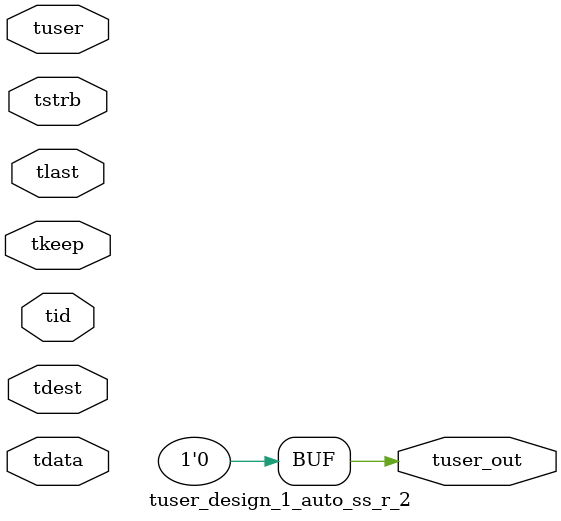
<source format=v>


`timescale 1ps/1ps

module tuser_design_1_auto_ss_r_2 #
(
parameter C_S_AXIS_TUSER_WIDTH = 1,
parameter C_S_AXIS_TDATA_WIDTH = 32,
parameter C_S_AXIS_TID_WIDTH   = 0,
parameter C_S_AXIS_TDEST_WIDTH = 0,
parameter C_M_AXIS_TUSER_WIDTH = 1
)
(
input  [(C_S_AXIS_TUSER_WIDTH == 0 ? 1 : C_S_AXIS_TUSER_WIDTH)-1:0     ] tuser,
input  [(C_S_AXIS_TDATA_WIDTH == 0 ? 1 : C_S_AXIS_TDATA_WIDTH)-1:0     ] tdata,
input  [(C_S_AXIS_TID_WIDTH   == 0 ? 1 : C_S_AXIS_TID_WIDTH)-1:0       ] tid,
input  [(C_S_AXIS_TDEST_WIDTH == 0 ? 1 : C_S_AXIS_TDEST_WIDTH)-1:0     ] tdest,
input  [(C_S_AXIS_TDATA_WIDTH/8)-1:0 ] tkeep,
input  [(C_S_AXIS_TDATA_WIDTH/8)-1:0 ] tstrb,
input                                                                    tlast,
output [C_M_AXIS_TUSER_WIDTH-1:0] tuser_out
);

assign tuser_out = {1'b0};

endmodule


</source>
